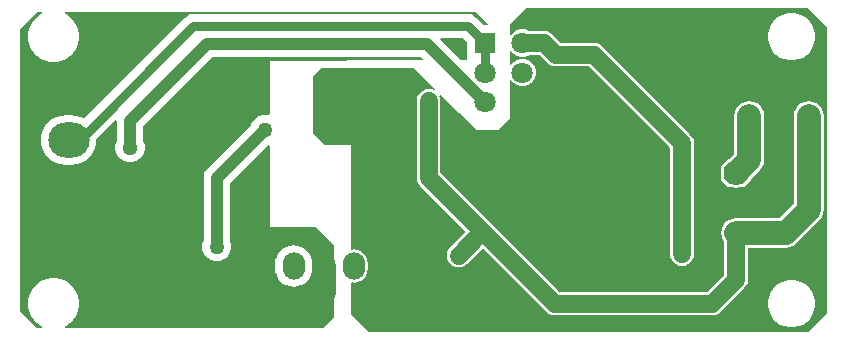
<source format=gbl>
G04*
G04 #@! TF.GenerationSoftware,Altium Limited,Altium Designer,21.6.1 (37)*
G04*
G04 Layer_Physical_Order=2*
G04 Layer_Color=10508810*
%FSTAX24Y24*%
%MOIN*%
G70*
G04*
G04 #@! TF.SameCoordinates,7AD6CBE7-45AD-4871-8827-9D585CE600FE*
G04*
G04*
G04 #@! TF.FilePolarity,Positive*
G04*
G01*
G75*
%ADD42C,0.0394*%
%ADD43C,0.0591*%
%ADD44C,0.0787*%
%ADD48C,0.0315*%
%ADD52O,0.0748X0.0906*%
%ADD53R,0.0748X0.0906*%
%ADD54O,0.0650X0.0750*%
%ADD55O,0.0787X0.0748*%
G04:AMPARAMS|DCode=56|XSize=78.7mil|YSize=74.8mil|CornerRadius=0mil|HoleSize=0mil|Usage=FLASHONLY|Rotation=0.000|XOffset=0mil|YOffset=0mil|HoleType=Round|Shape=Octagon|*
%AMOCTAGOND56*
4,1,8,0.0394,-0.0187,0.0394,0.0187,0.0207,0.0374,-0.0207,0.0374,-0.0394,0.0187,-0.0394,-0.0187,-0.0207,-0.0374,0.0207,-0.0374,0.0394,-0.0187,0.0*
%
%ADD56OCTAGOND56*%

%ADD57R,0.0709X0.0709*%
%ADD58C,0.0709*%
%ADD59O,0.1378X0.1181*%
%ADD60C,0.0500*%
%ADD61C,0.0394*%
%ADD62C,0.0512*%
G36*
X05703Y030163D02*
Y029556D01*
X056848Y029556D01*
X056147Y030257D01*
X056166Y030303D01*
X05689D01*
X05703Y030163D01*
D02*
G37*
G36*
X057728Y030771D02*
X057709Y030725D01*
X057591D01*
X057335Y030981D01*
X057253Y031044D01*
X057157Y031084D01*
X057054Y031097D01*
X0479D01*
X047797Y031084D01*
X047701Y031044D01*
X047619Y030981D01*
X044257Y027619D01*
X044166Y027668D01*
X044011Y027715D01*
X043848Y027731D01*
X043652D01*
X043489Y027715D01*
X043334Y027668D01*
X04319Y027591D01*
X043064Y027487D01*
X042961Y027362D01*
X042884Y027218D01*
X042837Y027062D01*
X042821Y0269D01*
X042837Y026738D01*
X042884Y026582D01*
X042961Y026438D01*
X043064Y026313D01*
X04319Y026209D01*
X043334Y026132D01*
X043489Y026085D01*
X043652Y026069D01*
X043848D01*
X044011Y026085D01*
X044166Y026132D01*
X04431Y026209D01*
X044436Y026313D01*
X044539Y026438D01*
X044616Y026582D01*
X044663Y026738D01*
X044679Y0269D01*
X044678Y026916D01*
X045314Y027553D01*
X045363Y027531D01*
Y026878D01*
X045341Y02684D01*
X045308Y026715D01*
Y026585D01*
X045341Y02646D01*
X045406Y026348D01*
X045498Y026256D01*
X04561Y026191D01*
X045735Y026158D01*
X045865D01*
X04599Y026191D01*
X046102Y026256D01*
X046194Y026348D01*
X046259Y02646D01*
X046292Y026585D01*
Y026715D01*
X046259Y02684D01*
X046237Y026878D01*
Y027369D01*
X048531Y029663D01*
X055505D01*
X055569Y029599D01*
X05555Y029553D01*
X05045Y029543D01*
X05045Y027754D01*
X05041Y027724D01*
X050364Y027736D01*
X050236D01*
X050112Y027703D01*
X050001Y027639D01*
X049911Y027549D01*
X049847Y027438D01*
X049838Y027406D01*
X048382Y02595D01*
X048312Y025859D01*
X048269Y025754D01*
X048254Y025641D01*
Y023557D01*
X048238Y023528D01*
X048204Y023405D01*
Y023277D01*
X048238Y023153D01*
X048302Y023042D01*
X048392Y022952D01*
X048503Y022888D01*
X048627Y022854D01*
X048755D01*
X048878Y022888D01*
X048989Y022952D01*
X04908Y023042D01*
X049144Y023153D01*
X049177Y023277D01*
Y023405D01*
X049144Y023528D01*
X049127Y023557D01*
Y02546D01*
X050404Y026736D01*
X05045Y026717D01*
X05045Y024D01*
X052Y024D01*
X0526Y0234D01*
X0526Y021D01*
X052239Y020639D01*
X043637Y020639D01*
X043627Y020688D01*
X043651Y020698D01*
X04379Y020791D01*
X043907Y020908D01*
X044Y021047D01*
X044064Y021201D01*
X044096Y021365D01*
Y021531D01*
X044064Y021695D01*
X044Y021849D01*
X043907Y021988D01*
X04379Y022106D01*
X043651Y022198D01*
X043497Y022262D01*
X043333Y022294D01*
X043167D01*
X043003Y022262D01*
X042849Y022198D01*
X04271Y022106D01*
X042593Y021988D01*
X0425Y021849D01*
X042436Y021695D01*
X042404Y021531D01*
Y021365D01*
X042436Y021201D01*
X0425Y021047D01*
X042593Y020908D01*
X04271Y020791D01*
X042849Y020698D01*
X042873Y020688D01*
X042863Y020639D01*
X04269D01*
X042139Y02119D01*
Y03061D01*
X04269Y031161D01*
X042872D01*
X042882Y031112D01*
X042849Y031098D01*
X04271Y031006D01*
X042593Y030888D01*
X0425Y030749D01*
X042436Y030595D01*
X042404Y030431D01*
Y030265D01*
X042436Y030101D01*
X0425Y029947D01*
X042593Y029808D01*
X04271Y029691D01*
X042849Y029598D01*
X043003Y029534D01*
X043167Y029502D01*
X043333D01*
X043497Y029534D01*
X043651Y029598D01*
X04379Y029691D01*
X043907Y029808D01*
X044Y029947D01*
X044064Y030101D01*
X044096Y030265D01*
Y030431D01*
X044064Y030595D01*
X044Y030749D01*
X043907Y030888D01*
X04379Y031006D01*
X043651Y031098D01*
X043618Y031112D01*
X043628Y031161D01*
X05734D01*
X057728Y030771D01*
D02*
G37*
G36*
X069046Y030666D02*
Y021134D01*
X068416Y020504D01*
X053746Y020504D01*
X05315Y0211D01*
Y022118D01*
X053188Y022151D01*
X05325Y022143D01*
X053374Y022159D01*
X053489Y022207D01*
X053588Y022283D01*
X053664Y022382D01*
X053712Y022498D01*
X053728Y022621D01*
Y022779D01*
X053712Y022902D01*
X053664Y023018D01*
X053588Y023117D01*
X053489Y023193D01*
X053374Y023241D01*
X05325Y023257D01*
X053188Y023249D01*
X05315Y023282D01*
Y026748D01*
X052301Y026749D01*
X0519Y02715D01*
Y02905D01*
X05215Y0293D01*
X055255Y029297D01*
X055952Y028598D01*
X055923Y028556D01*
X055853Y028585D01*
X05575Y028599D01*
X055647Y028585D01*
X055551Y028545D01*
X055468Y028482D01*
X055405Y028399D01*
X055365Y028303D01*
X055351Y0282D01*
Y02565D01*
X055351Y02565D01*
X055365Y025547D01*
X055405Y025451D01*
X055468Y025368D01*
X056986Y02385D01*
X056468Y023332D01*
X056405Y023249D01*
X056365Y023153D01*
X056351Y02305D01*
X056365Y022947D01*
X056405Y022851D01*
X056468Y022768D01*
X056551Y022705D01*
X056647Y022665D01*
X05675Y022651D01*
X056853Y022665D01*
X056949Y022705D01*
X057032Y022768D01*
X05755Y023286D01*
X059668Y021168D01*
X059668Y021168D01*
X059751Y021105D01*
X059847Y021065D01*
X05995Y021051D01*
X0652D01*
X0652Y021051D01*
X065303Y021065D01*
X065399Y021105D01*
X065482Y021168D01*
X066282Y021968D01*
X066282Y021968D01*
X066345Y022051D01*
X066385Y022147D01*
X066399Y02225D01*
X066399Y02225D01*
Y023302D01*
X06765D01*
X06765Y023302D01*
X067779Y023319D01*
X067899Y023369D01*
X068002Y023448D01*
X068782Y024228D01*
X068782Y024228D01*
X068861Y024331D01*
X068911Y024451D01*
X068928Y02458D01*
X068928Y02458D01*
Y0277D01*
X068911Y027829D01*
X068861Y027949D01*
X068782Y028052D01*
X068679Y028131D01*
X068559Y028181D01*
X06843Y028198D01*
X068301Y028181D01*
X068181Y028131D01*
X068078Y028052D01*
X067999Y027949D01*
X067949Y027829D01*
X067932Y0277D01*
Y024786D01*
X067444Y024298D01*
X066D01*
X065871Y024281D01*
X065751Y024231D01*
X065648Y024152D01*
X065569Y024049D01*
X065519Y023929D01*
X065502Y0238D01*
X065519Y023671D01*
X065569Y023551D01*
X065601Y023509D01*
Y022415D01*
X065035Y021849D01*
X060115D01*
X057707Y024257D01*
X057707Y024257D01*
X056149Y025815D01*
Y0282D01*
X056135Y028303D01*
X056106Y028372D01*
X056149Y028401D01*
X05685Y027697D01*
X056851Y027601D01*
X057202Y02725D01*
X05805Y02725D01*
X05845Y02765D01*
Y028886D01*
X0585Y028899D01*
X058516Y028871D01*
X058601Y028786D01*
X058705Y028727D01*
X05882Y028696D01*
X05894D01*
X059055Y028727D01*
X059159Y028786D01*
X059243Y028871D01*
X059303Y028975D01*
X059334Y02909D01*
Y02921D01*
X059303Y029325D01*
X059243Y029429D01*
X059159Y029514D01*
X059055Y029573D01*
X05894Y029604D01*
X05882D01*
X058705Y029573D01*
X058601Y029514D01*
X058516Y029429D01*
X0585Y029401D01*
X05845Y029414D01*
Y02987D01*
X0585Y029884D01*
X058516Y029855D01*
X058601Y029771D01*
X058705Y029711D01*
X05882Y02968D01*
X05894D01*
X059055Y029711D01*
X059098Y029736D01*
X059451D01*
X059718Y029468D01*
X059718Y029468D01*
X059801Y029405D01*
X059897Y029365D01*
X06Y029351D01*
X061085D01*
X063801Y026635D01*
Y0231D01*
X063815Y022997D01*
X063855Y022901D01*
X063918Y022818D01*
X064001Y022755D01*
X064097Y022715D01*
X0642Y022701D01*
X064303Y022715D01*
X064399Y022755D01*
X064482Y022818D01*
X064545Y022901D01*
X064585Y022997D01*
X064599Y0231D01*
Y0268D01*
X064599Y0268D01*
X064585Y026903D01*
X064545Y026999D01*
X064482Y027082D01*
X061532Y030032D01*
X061449Y030095D01*
X061353Y030135D01*
X06125Y030149D01*
X06125Y030149D01*
X060165D01*
X059898Y030416D01*
X059815Y03048D01*
X059719Y030519D01*
X059616Y030533D01*
X059616Y030533D01*
X059098D01*
X059055Y030558D01*
X05894Y030589D01*
X05882D01*
X058705Y030558D01*
X058601Y030498D01*
X058516Y030413D01*
X0585Y030385D01*
X05845Y030398D01*
Y03075D01*
X058996Y031296D01*
X068416D01*
X069046Y030666D01*
D02*
G37*
%LPC*%
G36*
X05125Y023392D02*
X05113Y02338D01*
X051015Y023345D01*
X050909Y023289D01*
X050816Y023212D01*
X05074Y023119D01*
X050683Y023013D01*
X050649Y022898D01*
X050637Y022779D01*
Y022621D01*
X050649Y022502D01*
X050683Y022387D01*
X05074Y022281D01*
X050816Y022188D01*
X050909Y022111D01*
X051015Y022055D01*
X05113Y02202D01*
X05125Y022008D01*
X05137Y02202D01*
X051485Y022055D01*
X051591Y022111D01*
X051684Y022188D01*
X05176Y022281D01*
X051817Y022387D01*
X051851Y022502D01*
X051863Y022621D01*
Y022779D01*
X051851Y022898D01*
X051817Y023013D01*
X05176Y023119D01*
X051684Y023212D01*
X051591Y023289D01*
X051485Y023345D01*
X05137Y02338D01*
X05125Y023392D01*
D02*
G37*
G36*
X067928Y031135D02*
X06785Y031135D01*
X067772Y031135D01*
X06762Y031105D01*
X067477Y031046D01*
X067348Y03096D01*
X067238Y03085D01*
X067152Y030721D01*
X067093Y030578D01*
X067063Y030426D01*
X067063Y030348D01*
X067063Y030348D01*
X067063Y030348D01*
X067063Y030271D01*
X067093Y030118D01*
X067152Y029975D01*
X067238Y029846D01*
X067348Y029736D01*
X067477Y02965D01*
X06762Y029591D01*
X067772Y029561D01*
X06785Y029561D01*
X067928D01*
X06808Y029591D01*
X068223Y02965D01*
X068352Y029736D01*
X068462Y029846D01*
X068548Y029975D01*
X068607Y030118D01*
X068637Y030271D01*
Y030348D01*
X068637Y030426D01*
X068607Y030578D01*
X068548Y030721D01*
X068462Y03085D01*
X068352Y03096D01*
X068223Y031046D01*
X06808Y031105D01*
X067928Y031135D01*
D02*
G37*
G36*
X06644Y028198D02*
X066311Y028181D01*
X066191Y028131D01*
X066088Y028052D01*
X066009Y027949D01*
X065959Y027829D01*
X065942Y0277D01*
Y026446D01*
X06577Y026274D01*
X065743D01*
X065506Y026037D01*
Y025832D01*
X065502Y0258D01*
X065506Y025768D01*
Y025563D01*
X065743Y025326D01*
X065854D01*
X065871Y025319D01*
X066Y025302D01*
X066129Y025319D01*
X066146Y025326D01*
X066257D01*
X066494Y025563D01*
Y025589D01*
X066792Y025888D01*
X066871Y025991D01*
X066921Y026111D01*
X066938Y02624D01*
X066938Y02624D01*
Y0277D01*
X066921Y027829D01*
X066871Y027949D01*
X066792Y028052D01*
X066689Y028131D01*
X066569Y028181D01*
X06644Y028198D01*
D02*
G37*
G36*
X067928Y022235D02*
X06785Y022235D01*
X067772Y022235D01*
X06762Y022205D01*
X067477Y022146D01*
X067348Y02206D01*
X067238Y02195D01*
X067152Y021821D01*
X067093Y021678D01*
X067063Y021526D01*
X067063Y021448D01*
X067063Y021448D01*
X067063Y021448D01*
X067063Y02137D01*
X067093Y021218D01*
X067152Y021075D01*
X067238Y020946D01*
X067348Y020836D01*
X067477Y02075D01*
X06762Y020691D01*
X067772Y020661D01*
X06785Y020661D01*
X067928D01*
X06808Y020691D01*
X068223Y02075D01*
X068352Y020836D01*
X068462Y020946D01*
X068548Y021075D01*
X068607Y021218D01*
X068637Y02137D01*
Y021448D01*
X068637Y021526D01*
X068607Y021678D01*
X068548Y021821D01*
X068462Y02195D01*
X068352Y02206D01*
X068223Y022146D01*
X06808Y022205D01*
X067928Y022235D01*
D02*
G37*
%LPD*%
D42*
X04835Y0301D02*
X055686D01*
X0458Y02665D02*
Y02755D01*
X04835Y0301D01*
X055686D02*
X05762Y028166D01*
X0522Y02895D02*
X0528D01*
X0577Y0266D02*
X0582D01*
X054Y02895D02*
X0545D01*
X05455Y029D01*
X0582Y0266D02*
X05888D01*
X0534Y02895D02*
X054D01*
X0528D02*
X0534D01*
X05455Y029D02*
X05465Y0291D01*
X05425Y0287D02*
X0545Y02895D01*
X048691Y025641D02*
X0503Y02725D01*
X048691Y023341D02*
Y025641D01*
X05425Y0227D02*
Y0287D01*
X05665Y02765D02*
X0577Y0266D01*
D43*
X05575Y02565D02*
Y0282D01*
Y02565D02*
X057425Y023975D01*
X0652Y02145D02*
X066Y02225D01*
X057425Y023975D02*
X05995Y02145D01*
X057425Y023725D02*
Y023975D01*
X05675Y02305D02*
X057425Y023725D01*
X05995Y02145D02*
X0652D01*
X05888Y0266D02*
Y028166D01*
Y02392D02*
Y0266D01*
X06745Y0277D02*
Y0283D01*
X06685Y0289D02*
X06745Y0283D01*
X065Y0289D02*
X06685D01*
X0631Y0308D02*
X065Y0289D01*
X06045Y0308D02*
X0631D01*
X06125Y02975D02*
X0642Y0268D01*
X059616Y030134D02*
X06Y02975D01*
X06125D01*
X05888Y030134D02*
X059616D01*
X06335Y02225D02*
X0646D01*
X06055D02*
X06335D01*
X0634Y0223D01*
Y0231D01*
X0642D02*
Y0268D01*
X0654Y0248D02*
X066D01*
X0651Y02275D02*
Y0245D01*
X0654Y0248D01*
X0646Y02225D02*
X0651Y02275D01*
X05888Y02392D02*
X06055Y02225D01*
X066D02*
Y0238D01*
D44*
X0487Y02785D02*
Y02895D01*
X0454Y02455D02*
X0487Y02785D01*
X04375Y02455D02*
X0454D01*
X066Y0238D02*
X06765D01*
X06843Y02458D01*
Y0277D01*
X066Y0258D02*
X06644Y02624D01*
Y0277D01*
X06745Y02525D02*
Y0277D01*
X067Y0248D02*
X06745Y02525D01*
X066Y0248D02*
X067D01*
X04375Y02455D02*
X04715Y02115D01*
X0516D01*
X05225Y0218D01*
Y0227D01*
D48*
X04375Y02655D02*
X0479Y0307D01*
X057054D01*
X05762Y030134D01*
Y02915D02*
Y030134D01*
D52*
X05125Y0227D02*
D03*
X05225D02*
D03*
X05325D02*
D03*
D53*
X05425D02*
D03*
D54*
X06644Y0277D02*
D03*
X06745D02*
D03*
X06843D02*
D03*
D55*
X066Y0248D02*
D03*
Y0238D02*
D03*
D56*
Y0258D02*
D03*
D57*
X05762Y030134D02*
D03*
D58*
Y02915D02*
D03*
Y028166D02*
D03*
X05888Y030134D02*
D03*
Y02915D02*
D03*
Y028166D02*
D03*
D59*
X04375Y0249D02*
D03*
Y0269D02*
D03*
D60*
X05575Y0282D02*
D03*
X0503Y02725D02*
D03*
X048691Y023341D02*
D03*
X06045Y0308D02*
D03*
X0642Y0231D02*
D03*
X0634D02*
D03*
X05675Y02305D02*
D03*
D61*
X0454Y02975D02*
D03*
X0589Y02085D02*
D03*
X05835D02*
D03*
X0578D02*
D03*
X05725D02*
D03*
X04375Y02835D02*
D03*
X04485Y02215D02*
D03*
X0454D02*
D03*
X04485Y0216D02*
D03*
Y0227D02*
D03*
X0454D02*
D03*
Y0216D02*
D03*
X0582Y02675D02*
D03*
X0588D02*
D03*
X0594D02*
D03*
X0622Y0237D02*
D03*
X0628D02*
D03*
X0634D02*
D03*
X0537Y02405D02*
D03*
X05425D02*
D03*
X0548D02*
D03*
X05535D02*
D03*
X05095Y0237D02*
D03*
X05155D02*
D03*
X04975D02*
D03*
X05035D02*
D03*
X0546Y02895D02*
D03*
X054D02*
D03*
X0534D02*
D03*
X0528D02*
D03*
X05015D02*
D03*
X04945D02*
D03*
X04485Y02975D02*
D03*
X0454Y0303D02*
D03*
X04485D02*
D03*
X04265Y02835D02*
D03*
X04375Y0289D02*
D03*
X04265D02*
D03*
X0432Y02835D02*
D03*
Y0289D02*
D03*
X06515Y0284D02*
D03*
X0646D02*
D03*
X06515Y02895D02*
D03*
Y02785D02*
D03*
X0646D02*
D03*
Y02895D02*
D03*
X0487D02*
D03*
X0522D02*
D03*
D62*
X0458Y02665D02*
D03*
M02*

</source>
